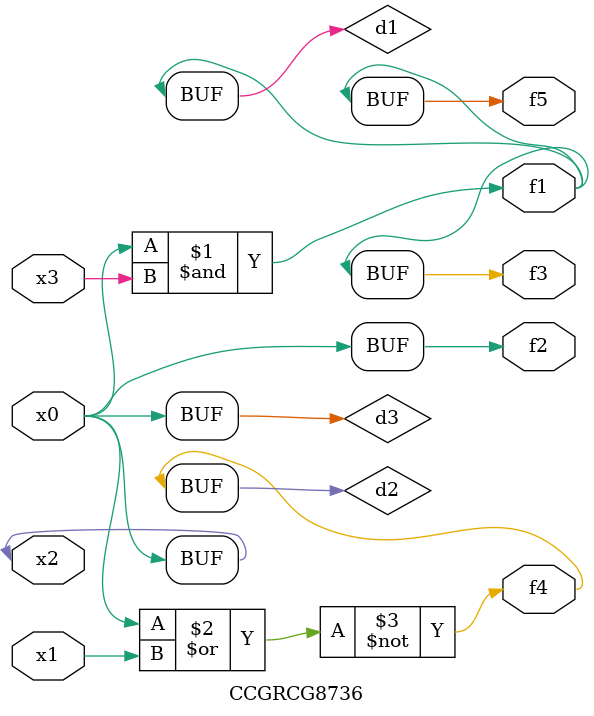
<source format=v>
module CCGRCG8736(
	input x0, x1, x2, x3,
	output f1, f2, f3, f4, f5
);

	wire d1, d2, d3;

	and (d1, x2, x3);
	nor (d2, x0, x1);
	buf (d3, x0, x2);
	assign f1 = d1;
	assign f2 = d3;
	assign f3 = d1;
	assign f4 = d2;
	assign f5 = d1;
endmodule

</source>
